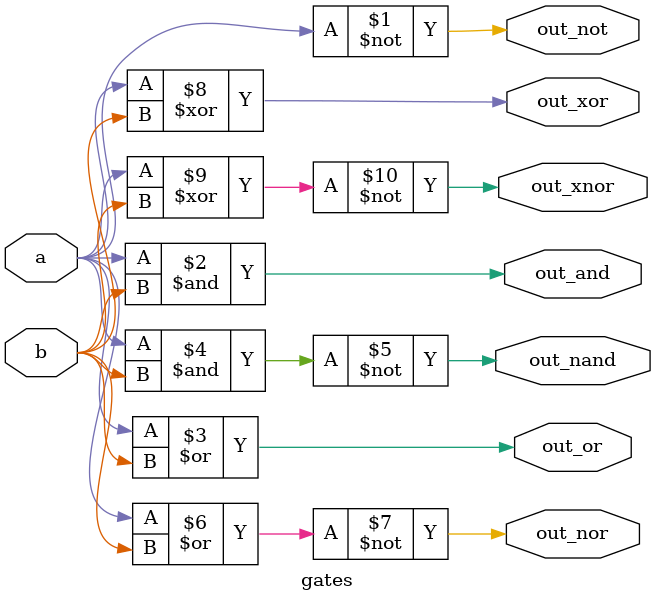
<source format=v>

module gates (
  input a, b,
  output out_not, out_and, out_or, out_nand, out_nor, out_xor, out_xnor
);

  // Inverter (NOT)
  assign out_not = ~a;

  // AND gate
  assign out_and = a & b;

  // OR gate
  assign out_or = a | b;

  // NAND gate (derived from AND and NOT)
  assign out_nand = ~(a & b);

  // NOR gate (derived from OR and NOT)
  assign out_nor = ~(a | b);

  // XOR gate
  assign out_xor = a ^ b;

  // XNOR gate (derived from XOR and NOT)
  assign out_xnor = ~(a ^ b);

endmodule



</source>
